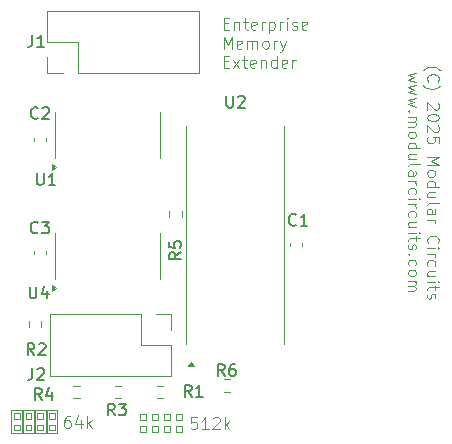
<source format=gbr>
%TF.GenerationSoftware,KiCad,Pcbnew,8.0.8-8.0.8-0~ubuntu24.04.1*%
%TF.CreationDate,2025-02-10T11:28:00-08:00*%
%TF.ProjectId,mem_ext_board,6d656d5f-6578-4745-9f62-6f6172642e6b,rev?*%
%TF.SameCoordinates,Original*%
%TF.FileFunction,Legend,Top*%
%TF.FilePolarity,Positive*%
%FSLAX46Y46*%
G04 Gerber Fmt 4.6, Leading zero omitted, Abs format (unit mm)*
G04 Created by KiCad (PCBNEW 8.0.8-8.0.8-0~ubuntu24.04.1) date 2025-02-10 11:28:00*
%MOMM*%
%LPD*%
G01*
G04 APERTURE LIST*
%ADD10C,0.100000*%
%ADD11C,0.150000*%
%ADD12C,0.120000*%
G04 APERTURE END LIST*
D10*
X149157547Y-113638000D02*
X149157547Y-113138000D01*
X147157547Y-113638000D02*
X147157547Y-113138000D01*
X138641547Y-113738000D02*
X138641547Y-111838000D01*
X137941547Y-112038000D02*
X137941547Y-112538000D01*
X137941547Y-112538000D02*
X138441547Y-112538000D01*
X147657547Y-112138000D02*
X147657547Y-112638000D01*
X150157547Y-113138000D02*
X149657547Y-113138000D01*
X138941547Y-113538000D02*
X139441547Y-113538000D01*
X139441547Y-112038000D02*
X138941547Y-112038000D01*
X139441547Y-112538000D02*
X139441547Y-112038000D01*
X135741547Y-113738000D02*
X136641547Y-113738000D01*
X137741547Y-111838000D02*
X137741547Y-113738000D01*
X135941547Y-112538000D02*
X136441547Y-112538000D01*
X147157547Y-113138000D02*
X146657547Y-113138000D01*
X138441547Y-113538000D02*
X138441547Y-113038000D01*
X137441547Y-112038000D02*
X136941547Y-112038000D01*
X137941547Y-113538000D02*
X138441547Y-113538000D01*
X138441547Y-112038000D02*
X137941547Y-112038000D01*
X136741547Y-113738000D02*
X137641547Y-113738000D01*
X135941547Y-112038000D02*
X135941547Y-112538000D01*
X139641547Y-111838000D02*
X138741547Y-111838000D01*
X149157547Y-112638000D02*
X149157547Y-112138000D01*
X150157547Y-113638000D02*
X150157547Y-113138000D01*
X147157547Y-112138000D02*
X146657547Y-112138000D01*
X146657547Y-112638000D02*
X147157547Y-112638000D01*
X147657547Y-112638000D02*
X148157547Y-112638000D01*
X138941547Y-112538000D02*
X139441547Y-112538000D01*
X138741547Y-113738000D02*
X139641547Y-113738000D01*
X138741547Y-111838000D02*
X138741547Y-113738000D01*
X147157547Y-112638000D02*
X147157547Y-112138000D01*
X135941547Y-113538000D02*
X136441547Y-113538000D01*
X139441547Y-113038000D02*
X138941547Y-113038000D01*
X149657547Y-112638000D02*
X150157547Y-112638000D01*
X136441547Y-112538000D02*
X136441547Y-112038000D01*
X137441547Y-113538000D02*
X137441547Y-113038000D01*
X136641547Y-111838000D02*
X135741547Y-111838000D01*
X137941547Y-113038000D02*
X137941547Y-113538000D01*
X148157547Y-113138000D02*
X147657547Y-113138000D01*
X149657547Y-113138000D02*
X149657547Y-113638000D01*
X135941547Y-113038000D02*
X135941547Y-113538000D01*
X137441547Y-112538000D02*
X137441547Y-112038000D01*
X147657547Y-113638000D02*
X148157547Y-113638000D01*
X149157547Y-112138000D02*
X148657547Y-112138000D01*
X136741547Y-111838000D02*
X136741547Y-113738000D01*
X136941547Y-113038000D02*
X136941547Y-113538000D01*
X138441547Y-112538000D02*
X138441547Y-112038000D01*
X149657547Y-112138000D02*
X149657547Y-112638000D01*
X147657547Y-113138000D02*
X147657547Y-113638000D01*
X138941547Y-113038000D02*
X138941547Y-113538000D01*
X138941547Y-112038000D02*
X138941547Y-112538000D01*
X137741547Y-113738000D02*
X138641547Y-113738000D01*
X148157547Y-112138000D02*
X147657547Y-112138000D01*
X136641547Y-113738000D02*
X136641547Y-111838000D01*
X148157547Y-112638000D02*
X148157547Y-112138000D01*
X139641547Y-113738000D02*
X139641547Y-111838000D01*
X148657547Y-112138000D02*
X148657547Y-112638000D01*
X150157547Y-112138000D02*
X149657547Y-112138000D01*
X137641547Y-111838000D02*
X136741547Y-111838000D01*
X136441547Y-112038000D02*
X135941547Y-112038000D01*
X139441547Y-113538000D02*
X139441547Y-113038000D01*
X136941547Y-112038000D02*
X136941547Y-112538000D01*
X149657547Y-113638000D02*
X150157547Y-113638000D01*
X135741547Y-111838000D02*
X135741547Y-113738000D01*
X136941547Y-112538000D02*
X137441547Y-112538000D01*
X148657547Y-113638000D02*
X149157547Y-113638000D01*
X138441547Y-113038000D02*
X137941547Y-113038000D01*
X137441547Y-113038000D02*
X136941547Y-113038000D01*
X146657547Y-113638000D02*
X147157547Y-113638000D01*
X149157547Y-113138000D02*
X148657547Y-113138000D01*
X146657547Y-113138000D02*
X146657547Y-113638000D01*
X138641547Y-111838000D02*
X137741547Y-111838000D01*
X148657547Y-113138000D02*
X148657547Y-113638000D01*
X150157547Y-112638000D02*
X150157547Y-112138000D01*
X148657547Y-112638000D02*
X149157547Y-112638000D01*
X136441547Y-113038000D02*
X135941547Y-113038000D01*
X136941547Y-113538000D02*
X137441547Y-113538000D01*
X137641547Y-113738000D02*
X137641547Y-111838000D01*
X146657547Y-112138000D02*
X146657547Y-112638000D01*
X148157547Y-113638000D02*
X148157547Y-113138000D01*
X136441547Y-113538000D02*
X136441547Y-113038000D01*
X170568119Y-83039998D02*
X170615738Y-82992379D01*
X170615738Y-82992379D02*
X170758595Y-82897141D01*
X170758595Y-82897141D02*
X170853833Y-82849522D01*
X170853833Y-82849522D02*
X170996691Y-82801903D01*
X170996691Y-82801903D02*
X171234786Y-82754284D01*
X171234786Y-82754284D02*
X171425262Y-82754284D01*
X171425262Y-82754284D02*
X171663357Y-82801903D01*
X171663357Y-82801903D02*
X171806214Y-82849522D01*
X171806214Y-82849522D02*
X171901452Y-82897141D01*
X171901452Y-82897141D02*
X172044310Y-82992379D01*
X172044310Y-82992379D02*
X172091929Y-83039998D01*
X171044310Y-83992379D02*
X170996691Y-83944760D01*
X170996691Y-83944760D02*
X170949071Y-83801903D01*
X170949071Y-83801903D02*
X170949071Y-83706665D01*
X170949071Y-83706665D02*
X170996691Y-83563808D01*
X170996691Y-83563808D02*
X171091929Y-83468570D01*
X171091929Y-83468570D02*
X171187167Y-83420951D01*
X171187167Y-83420951D02*
X171377643Y-83373332D01*
X171377643Y-83373332D02*
X171520500Y-83373332D01*
X171520500Y-83373332D02*
X171710976Y-83420951D01*
X171710976Y-83420951D02*
X171806214Y-83468570D01*
X171806214Y-83468570D02*
X171901452Y-83563808D01*
X171901452Y-83563808D02*
X171949071Y-83706665D01*
X171949071Y-83706665D02*
X171949071Y-83801903D01*
X171949071Y-83801903D02*
X171901452Y-83944760D01*
X171901452Y-83944760D02*
X171853833Y-83992379D01*
X170568119Y-84325713D02*
X170615738Y-84373332D01*
X170615738Y-84373332D02*
X170758595Y-84468570D01*
X170758595Y-84468570D02*
X170853833Y-84516189D01*
X170853833Y-84516189D02*
X170996691Y-84563808D01*
X170996691Y-84563808D02*
X171234786Y-84611427D01*
X171234786Y-84611427D02*
X171425262Y-84611427D01*
X171425262Y-84611427D02*
X171663357Y-84563808D01*
X171663357Y-84563808D02*
X171806214Y-84516189D01*
X171806214Y-84516189D02*
X171901452Y-84468570D01*
X171901452Y-84468570D02*
X172044310Y-84373332D01*
X172044310Y-84373332D02*
X172091929Y-84325713D01*
X171853833Y-85801904D02*
X171901452Y-85849523D01*
X171901452Y-85849523D02*
X171949071Y-85944761D01*
X171949071Y-85944761D02*
X171949071Y-86182856D01*
X171949071Y-86182856D02*
X171901452Y-86278094D01*
X171901452Y-86278094D02*
X171853833Y-86325713D01*
X171853833Y-86325713D02*
X171758595Y-86373332D01*
X171758595Y-86373332D02*
X171663357Y-86373332D01*
X171663357Y-86373332D02*
X171520500Y-86325713D01*
X171520500Y-86325713D02*
X170949071Y-85754285D01*
X170949071Y-85754285D02*
X170949071Y-86373332D01*
X171949071Y-86992380D02*
X171949071Y-87087618D01*
X171949071Y-87087618D02*
X171901452Y-87182856D01*
X171901452Y-87182856D02*
X171853833Y-87230475D01*
X171853833Y-87230475D02*
X171758595Y-87278094D01*
X171758595Y-87278094D02*
X171568119Y-87325713D01*
X171568119Y-87325713D02*
X171330024Y-87325713D01*
X171330024Y-87325713D02*
X171139548Y-87278094D01*
X171139548Y-87278094D02*
X171044310Y-87230475D01*
X171044310Y-87230475D02*
X170996691Y-87182856D01*
X170996691Y-87182856D02*
X170949071Y-87087618D01*
X170949071Y-87087618D02*
X170949071Y-86992380D01*
X170949071Y-86992380D02*
X170996691Y-86897142D01*
X170996691Y-86897142D02*
X171044310Y-86849523D01*
X171044310Y-86849523D02*
X171139548Y-86801904D01*
X171139548Y-86801904D02*
X171330024Y-86754285D01*
X171330024Y-86754285D02*
X171568119Y-86754285D01*
X171568119Y-86754285D02*
X171758595Y-86801904D01*
X171758595Y-86801904D02*
X171853833Y-86849523D01*
X171853833Y-86849523D02*
X171901452Y-86897142D01*
X171901452Y-86897142D02*
X171949071Y-86992380D01*
X171853833Y-87706666D02*
X171901452Y-87754285D01*
X171901452Y-87754285D02*
X171949071Y-87849523D01*
X171949071Y-87849523D02*
X171949071Y-88087618D01*
X171949071Y-88087618D02*
X171901452Y-88182856D01*
X171901452Y-88182856D02*
X171853833Y-88230475D01*
X171853833Y-88230475D02*
X171758595Y-88278094D01*
X171758595Y-88278094D02*
X171663357Y-88278094D01*
X171663357Y-88278094D02*
X171520500Y-88230475D01*
X171520500Y-88230475D02*
X170949071Y-87659047D01*
X170949071Y-87659047D02*
X170949071Y-88278094D01*
X171949071Y-89182856D02*
X171949071Y-88706666D01*
X171949071Y-88706666D02*
X171472881Y-88659047D01*
X171472881Y-88659047D02*
X171520500Y-88706666D01*
X171520500Y-88706666D02*
X171568119Y-88801904D01*
X171568119Y-88801904D02*
X171568119Y-89039999D01*
X171568119Y-89039999D02*
X171520500Y-89135237D01*
X171520500Y-89135237D02*
X171472881Y-89182856D01*
X171472881Y-89182856D02*
X171377643Y-89230475D01*
X171377643Y-89230475D02*
X171139548Y-89230475D01*
X171139548Y-89230475D02*
X171044310Y-89182856D01*
X171044310Y-89182856D02*
X170996691Y-89135237D01*
X170996691Y-89135237D02*
X170949071Y-89039999D01*
X170949071Y-89039999D02*
X170949071Y-88801904D01*
X170949071Y-88801904D02*
X170996691Y-88706666D01*
X170996691Y-88706666D02*
X171044310Y-88659047D01*
X170949071Y-90420952D02*
X171949071Y-90420952D01*
X171949071Y-90420952D02*
X171234786Y-90754285D01*
X171234786Y-90754285D02*
X171949071Y-91087618D01*
X171949071Y-91087618D02*
X170949071Y-91087618D01*
X170949071Y-91706666D02*
X170996691Y-91611428D01*
X170996691Y-91611428D02*
X171044310Y-91563809D01*
X171044310Y-91563809D02*
X171139548Y-91516190D01*
X171139548Y-91516190D02*
X171425262Y-91516190D01*
X171425262Y-91516190D02*
X171520500Y-91563809D01*
X171520500Y-91563809D02*
X171568119Y-91611428D01*
X171568119Y-91611428D02*
X171615738Y-91706666D01*
X171615738Y-91706666D02*
X171615738Y-91849523D01*
X171615738Y-91849523D02*
X171568119Y-91944761D01*
X171568119Y-91944761D02*
X171520500Y-91992380D01*
X171520500Y-91992380D02*
X171425262Y-92039999D01*
X171425262Y-92039999D02*
X171139548Y-92039999D01*
X171139548Y-92039999D02*
X171044310Y-91992380D01*
X171044310Y-91992380D02*
X170996691Y-91944761D01*
X170996691Y-91944761D02*
X170949071Y-91849523D01*
X170949071Y-91849523D02*
X170949071Y-91706666D01*
X170949071Y-92897142D02*
X171949071Y-92897142D01*
X170996691Y-92897142D02*
X170949071Y-92801904D01*
X170949071Y-92801904D02*
X170949071Y-92611428D01*
X170949071Y-92611428D02*
X170996691Y-92516190D01*
X170996691Y-92516190D02*
X171044310Y-92468571D01*
X171044310Y-92468571D02*
X171139548Y-92420952D01*
X171139548Y-92420952D02*
X171425262Y-92420952D01*
X171425262Y-92420952D02*
X171520500Y-92468571D01*
X171520500Y-92468571D02*
X171568119Y-92516190D01*
X171568119Y-92516190D02*
X171615738Y-92611428D01*
X171615738Y-92611428D02*
X171615738Y-92801904D01*
X171615738Y-92801904D02*
X171568119Y-92897142D01*
X171615738Y-93801904D02*
X170949071Y-93801904D01*
X171615738Y-93373333D02*
X171091929Y-93373333D01*
X171091929Y-93373333D02*
X170996691Y-93420952D01*
X170996691Y-93420952D02*
X170949071Y-93516190D01*
X170949071Y-93516190D02*
X170949071Y-93659047D01*
X170949071Y-93659047D02*
X170996691Y-93754285D01*
X170996691Y-93754285D02*
X171044310Y-93801904D01*
X170949071Y-94420952D02*
X170996691Y-94325714D01*
X170996691Y-94325714D02*
X171091929Y-94278095D01*
X171091929Y-94278095D02*
X171949071Y-94278095D01*
X170949071Y-95230476D02*
X171472881Y-95230476D01*
X171472881Y-95230476D02*
X171568119Y-95182857D01*
X171568119Y-95182857D02*
X171615738Y-95087619D01*
X171615738Y-95087619D02*
X171615738Y-94897143D01*
X171615738Y-94897143D02*
X171568119Y-94801905D01*
X170996691Y-95230476D02*
X170949071Y-95135238D01*
X170949071Y-95135238D02*
X170949071Y-94897143D01*
X170949071Y-94897143D02*
X170996691Y-94801905D01*
X170996691Y-94801905D02*
X171091929Y-94754286D01*
X171091929Y-94754286D02*
X171187167Y-94754286D01*
X171187167Y-94754286D02*
X171282405Y-94801905D01*
X171282405Y-94801905D02*
X171330024Y-94897143D01*
X171330024Y-94897143D02*
X171330024Y-95135238D01*
X171330024Y-95135238D02*
X171377643Y-95230476D01*
X170949071Y-95706667D02*
X171615738Y-95706667D01*
X171425262Y-95706667D02*
X171520500Y-95754286D01*
X171520500Y-95754286D02*
X171568119Y-95801905D01*
X171568119Y-95801905D02*
X171615738Y-95897143D01*
X171615738Y-95897143D02*
X171615738Y-95992381D01*
X171044310Y-97659048D02*
X170996691Y-97611429D01*
X170996691Y-97611429D02*
X170949071Y-97468572D01*
X170949071Y-97468572D02*
X170949071Y-97373334D01*
X170949071Y-97373334D02*
X170996691Y-97230477D01*
X170996691Y-97230477D02*
X171091929Y-97135239D01*
X171091929Y-97135239D02*
X171187167Y-97087620D01*
X171187167Y-97087620D02*
X171377643Y-97040001D01*
X171377643Y-97040001D02*
X171520500Y-97040001D01*
X171520500Y-97040001D02*
X171710976Y-97087620D01*
X171710976Y-97087620D02*
X171806214Y-97135239D01*
X171806214Y-97135239D02*
X171901452Y-97230477D01*
X171901452Y-97230477D02*
X171949071Y-97373334D01*
X171949071Y-97373334D02*
X171949071Y-97468572D01*
X171949071Y-97468572D02*
X171901452Y-97611429D01*
X171901452Y-97611429D02*
X171853833Y-97659048D01*
X170949071Y-98087620D02*
X171615738Y-98087620D01*
X171949071Y-98087620D02*
X171901452Y-98040001D01*
X171901452Y-98040001D02*
X171853833Y-98087620D01*
X171853833Y-98087620D02*
X171901452Y-98135239D01*
X171901452Y-98135239D02*
X171949071Y-98087620D01*
X171949071Y-98087620D02*
X171853833Y-98087620D01*
X170949071Y-98563810D02*
X171615738Y-98563810D01*
X171425262Y-98563810D02*
X171520500Y-98611429D01*
X171520500Y-98611429D02*
X171568119Y-98659048D01*
X171568119Y-98659048D02*
X171615738Y-98754286D01*
X171615738Y-98754286D02*
X171615738Y-98849524D01*
X170996691Y-99611429D02*
X170949071Y-99516191D01*
X170949071Y-99516191D02*
X170949071Y-99325715D01*
X170949071Y-99325715D02*
X170996691Y-99230477D01*
X170996691Y-99230477D02*
X171044310Y-99182858D01*
X171044310Y-99182858D02*
X171139548Y-99135239D01*
X171139548Y-99135239D02*
X171425262Y-99135239D01*
X171425262Y-99135239D02*
X171520500Y-99182858D01*
X171520500Y-99182858D02*
X171568119Y-99230477D01*
X171568119Y-99230477D02*
X171615738Y-99325715D01*
X171615738Y-99325715D02*
X171615738Y-99516191D01*
X171615738Y-99516191D02*
X171568119Y-99611429D01*
X171615738Y-100468572D02*
X170949071Y-100468572D01*
X171615738Y-100040001D02*
X171091929Y-100040001D01*
X171091929Y-100040001D02*
X170996691Y-100087620D01*
X170996691Y-100087620D02*
X170949071Y-100182858D01*
X170949071Y-100182858D02*
X170949071Y-100325715D01*
X170949071Y-100325715D02*
X170996691Y-100420953D01*
X170996691Y-100420953D02*
X171044310Y-100468572D01*
X170949071Y-100944763D02*
X171615738Y-100944763D01*
X171949071Y-100944763D02*
X171901452Y-100897144D01*
X171901452Y-100897144D02*
X171853833Y-100944763D01*
X171853833Y-100944763D02*
X171901452Y-100992382D01*
X171901452Y-100992382D02*
X171949071Y-100944763D01*
X171949071Y-100944763D02*
X171853833Y-100944763D01*
X171615738Y-101278096D02*
X171615738Y-101659048D01*
X171949071Y-101420953D02*
X171091929Y-101420953D01*
X171091929Y-101420953D02*
X170996691Y-101468572D01*
X170996691Y-101468572D02*
X170949071Y-101563810D01*
X170949071Y-101563810D02*
X170949071Y-101659048D01*
X170996691Y-101944763D02*
X170949071Y-102040001D01*
X170949071Y-102040001D02*
X170949071Y-102230477D01*
X170949071Y-102230477D02*
X170996691Y-102325715D01*
X170996691Y-102325715D02*
X171091929Y-102373334D01*
X171091929Y-102373334D02*
X171139548Y-102373334D01*
X171139548Y-102373334D02*
X171234786Y-102325715D01*
X171234786Y-102325715D02*
X171282405Y-102230477D01*
X171282405Y-102230477D02*
X171282405Y-102087620D01*
X171282405Y-102087620D02*
X171330024Y-101992382D01*
X171330024Y-101992382D02*
X171425262Y-101944763D01*
X171425262Y-101944763D02*
X171472881Y-101944763D01*
X171472881Y-101944763D02*
X171568119Y-101992382D01*
X171568119Y-101992382D02*
X171615738Y-102087620D01*
X171615738Y-102087620D02*
X171615738Y-102230477D01*
X171615738Y-102230477D02*
X171568119Y-102325715D01*
X170005794Y-83254286D02*
X169339127Y-83444762D01*
X169339127Y-83444762D02*
X169815318Y-83635238D01*
X169815318Y-83635238D02*
X169339127Y-83825714D01*
X169339127Y-83825714D02*
X170005794Y-84016190D01*
X170005794Y-84301905D02*
X169339127Y-84492381D01*
X169339127Y-84492381D02*
X169815318Y-84682857D01*
X169815318Y-84682857D02*
X169339127Y-84873333D01*
X169339127Y-84873333D02*
X170005794Y-85063809D01*
X170005794Y-85349524D02*
X169339127Y-85540000D01*
X169339127Y-85540000D02*
X169815318Y-85730476D01*
X169815318Y-85730476D02*
X169339127Y-85920952D01*
X169339127Y-85920952D02*
X170005794Y-86111428D01*
X169434366Y-86492381D02*
X169386747Y-86540000D01*
X169386747Y-86540000D02*
X169339127Y-86492381D01*
X169339127Y-86492381D02*
X169386747Y-86444762D01*
X169386747Y-86444762D02*
X169434366Y-86492381D01*
X169434366Y-86492381D02*
X169339127Y-86492381D01*
X169339127Y-86968571D02*
X170005794Y-86968571D01*
X169910556Y-86968571D02*
X169958175Y-87016190D01*
X169958175Y-87016190D02*
X170005794Y-87111428D01*
X170005794Y-87111428D02*
X170005794Y-87254285D01*
X170005794Y-87254285D02*
X169958175Y-87349523D01*
X169958175Y-87349523D02*
X169862937Y-87397142D01*
X169862937Y-87397142D02*
X169339127Y-87397142D01*
X169862937Y-87397142D02*
X169958175Y-87444761D01*
X169958175Y-87444761D02*
X170005794Y-87539999D01*
X170005794Y-87539999D02*
X170005794Y-87682856D01*
X170005794Y-87682856D02*
X169958175Y-87778095D01*
X169958175Y-87778095D02*
X169862937Y-87825714D01*
X169862937Y-87825714D02*
X169339127Y-87825714D01*
X169339127Y-88444761D02*
X169386747Y-88349523D01*
X169386747Y-88349523D02*
X169434366Y-88301904D01*
X169434366Y-88301904D02*
X169529604Y-88254285D01*
X169529604Y-88254285D02*
X169815318Y-88254285D01*
X169815318Y-88254285D02*
X169910556Y-88301904D01*
X169910556Y-88301904D02*
X169958175Y-88349523D01*
X169958175Y-88349523D02*
X170005794Y-88444761D01*
X170005794Y-88444761D02*
X170005794Y-88587618D01*
X170005794Y-88587618D02*
X169958175Y-88682856D01*
X169958175Y-88682856D02*
X169910556Y-88730475D01*
X169910556Y-88730475D02*
X169815318Y-88778094D01*
X169815318Y-88778094D02*
X169529604Y-88778094D01*
X169529604Y-88778094D02*
X169434366Y-88730475D01*
X169434366Y-88730475D02*
X169386747Y-88682856D01*
X169386747Y-88682856D02*
X169339127Y-88587618D01*
X169339127Y-88587618D02*
X169339127Y-88444761D01*
X169339127Y-89635237D02*
X170339127Y-89635237D01*
X169386747Y-89635237D02*
X169339127Y-89539999D01*
X169339127Y-89539999D02*
X169339127Y-89349523D01*
X169339127Y-89349523D02*
X169386747Y-89254285D01*
X169386747Y-89254285D02*
X169434366Y-89206666D01*
X169434366Y-89206666D02*
X169529604Y-89159047D01*
X169529604Y-89159047D02*
X169815318Y-89159047D01*
X169815318Y-89159047D02*
X169910556Y-89206666D01*
X169910556Y-89206666D02*
X169958175Y-89254285D01*
X169958175Y-89254285D02*
X170005794Y-89349523D01*
X170005794Y-89349523D02*
X170005794Y-89539999D01*
X170005794Y-89539999D02*
X169958175Y-89635237D01*
X170005794Y-90539999D02*
X169339127Y-90539999D01*
X170005794Y-90111428D02*
X169481985Y-90111428D01*
X169481985Y-90111428D02*
X169386747Y-90159047D01*
X169386747Y-90159047D02*
X169339127Y-90254285D01*
X169339127Y-90254285D02*
X169339127Y-90397142D01*
X169339127Y-90397142D02*
X169386747Y-90492380D01*
X169386747Y-90492380D02*
X169434366Y-90539999D01*
X169339127Y-91159047D02*
X169386747Y-91063809D01*
X169386747Y-91063809D02*
X169481985Y-91016190D01*
X169481985Y-91016190D02*
X170339127Y-91016190D01*
X169339127Y-91968571D02*
X169862937Y-91968571D01*
X169862937Y-91968571D02*
X169958175Y-91920952D01*
X169958175Y-91920952D02*
X170005794Y-91825714D01*
X170005794Y-91825714D02*
X170005794Y-91635238D01*
X170005794Y-91635238D02*
X169958175Y-91540000D01*
X169386747Y-91968571D02*
X169339127Y-91873333D01*
X169339127Y-91873333D02*
X169339127Y-91635238D01*
X169339127Y-91635238D02*
X169386747Y-91540000D01*
X169386747Y-91540000D02*
X169481985Y-91492381D01*
X169481985Y-91492381D02*
X169577223Y-91492381D01*
X169577223Y-91492381D02*
X169672461Y-91540000D01*
X169672461Y-91540000D02*
X169720080Y-91635238D01*
X169720080Y-91635238D02*
X169720080Y-91873333D01*
X169720080Y-91873333D02*
X169767699Y-91968571D01*
X169339127Y-92444762D02*
X170005794Y-92444762D01*
X169815318Y-92444762D02*
X169910556Y-92492381D01*
X169910556Y-92492381D02*
X169958175Y-92540000D01*
X169958175Y-92540000D02*
X170005794Y-92635238D01*
X170005794Y-92635238D02*
X170005794Y-92730476D01*
X169386747Y-93492381D02*
X169339127Y-93397143D01*
X169339127Y-93397143D02*
X169339127Y-93206667D01*
X169339127Y-93206667D02*
X169386747Y-93111429D01*
X169386747Y-93111429D02*
X169434366Y-93063810D01*
X169434366Y-93063810D02*
X169529604Y-93016191D01*
X169529604Y-93016191D02*
X169815318Y-93016191D01*
X169815318Y-93016191D02*
X169910556Y-93063810D01*
X169910556Y-93063810D02*
X169958175Y-93111429D01*
X169958175Y-93111429D02*
X170005794Y-93206667D01*
X170005794Y-93206667D02*
X170005794Y-93397143D01*
X170005794Y-93397143D02*
X169958175Y-93492381D01*
X169339127Y-93920953D02*
X170005794Y-93920953D01*
X170339127Y-93920953D02*
X170291508Y-93873334D01*
X170291508Y-93873334D02*
X170243889Y-93920953D01*
X170243889Y-93920953D02*
X170291508Y-93968572D01*
X170291508Y-93968572D02*
X170339127Y-93920953D01*
X170339127Y-93920953D02*
X170243889Y-93920953D01*
X169339127Y-94397143D02*
X170005794Y-94397143D01*
X169815318Y-94397143D02*
X169910556Y-94444762D01*
X169910556Y-94444762D02*
X169958175Y-94492381D01*
X169958175Y-94492381D02*
X170005794Y-94587619D01*
X170005794Y-94587619D02*
X170005794Y-94682857D01*
X169386747Y-95444762D02*
X169339127Y-95349524D01*
X169339127Y-95349524D02*
X169339127Y-95159048D01*
X169339127Y-95159048D02*
X169386747Y-95063810D01*
X169386747Y-95063810D02*
X169434366Y-95016191D01*
X169434366Y-95016191D02*
X169529604Y-94968572D01*
X169529604Y-94968572D02*
X169815318Y-94968572D01*
X169815318Y-94968572D02*
X169910556Y-95016191D01*
X169910556Y-95016191D02*
X169958175Y-95063810D01*
X169958175Y-95063810D02*
X170005794Y-95159048D01*
X170005794Y-95159048D02*
X170005794Y-95349524D01*
X170005794Y-95349524D02*
X169958175Y-95444762D01*
X170005794Y-96301905D02*
X169339127Y-96301905D01*
X170005794Y-95873334D02*
X169481985Y-95873334D01*
X169481985Y-95873334D02*
X169386747Y-95920953D01*
X169386747Y-95920953D02*
X169339127Y-96016191D01*
X169339127Y-96016191D02*
X169339127Y-96159048D01*
X169339127Y-96159048D02*
X169386747Y-96254286D01*
X169386747Y-96254286D02*
X169434366Y-96301905D01*
X169339127Y-96778096D02*
X170005794Y-96778096D01*
X170339127Y-96778096D02*
X170291508Y-96730477D01*
X170291508Y-96730477D02*
X170243889Y-96778096D01*
X170243889Y-96778096D02*
X170291508Y-96825715D01*
X170291508Y-96825715D02*
X170339127Y-96778096D01*
X170339127Y-96778096D02*
X170243889Y-96778096D01*
X170005794Y-97111429D02*
X170005794Y-97492381D01*
X170339127Y-97254286D02*
X169481985Y-97254286D01*
X169481985Y-97254286D02*
X169386747Y-97301905D01*
X169386747Y-97301905D02*
X169339127Y-97397143D01*
X169339127Y-97397143D02*
X169339127Y-97492381D01*
X169386747Y-97778096D02*
X169339127Y-97873334D01*
X169339127Y-97873334D02*
X169339127Y-98063810D01*
X169339127Y-98063810D02*
X169386747Y-98159048D01*
X169386747Y-98159048D02*
X169481985Y-98206667D01*
X169481985Y-98206667D02*
X169529604Y-98206667D01*
X169529604Y-98206667D02*
X169624842Y-98159048D01*
X169624842Y-98159048D02*
X169672461Y-98063810D01*
X169672461Y-98063810D02*
X169672461Y-97920953D01*
X169672461Y-97920953D02*
X169720080Y-97825715D01*
X169720080Y-97825715D02*
X169815318Y-97778096D01*
X169815318Y-97778096D02*
X169862937Y-97778096D01*
X169862937Y-97778096D02*
X169958175Y-97825715D01*
X169958175Y-97825715D02*
X170005794Y-97920953D01*
X170005794Y-97920953D02*
X170005794Y-98063810D01*
X170005794Y-98063810D02*
X169958175Y-98159048D01*
X169434366Y-98635239D02*
X169386747Y-98682858D01*
X169386747Y-98682858D02*
X169339127Y-98635239D01*
X169339127Y-98635239D02*
X169386747Y-98587620D01*
X169386747Y-98587620D02*
X169434366Y-98635239D01*
X169434366Y-98635239D02*
X169339127Y-98635239D01*
X169386747Y-99540000D02*
X169339127Y-99444762D01*
X169339127Y-99444762D02*
X169339127Y-99254286D01*
X169339127Y-99254286D02*
X169386747Y-99159048D01*
X169386747Y-99159048D02*
X169434366Y-99111429D01*
X169434366Y-99111429D02*
X169529604Y-99063810D01*
X169529604Y-99063810D02*
X169815318Y-99063810D01*
X169815318Y-99063810D02*
X169910556Y-99111429D01*
X169910556Y-99111429D02*
X169958175Y-99159048D01*
X169958175Y-99159048D02*
X170005794Y-99254286D01*
X170005794Y-99254286D02*
X170005794Y-99444762D01*
X170005794Y-99444762D02*
X169958175Y-99540000D01*
X169339127Y-100111429D02*
X169386747Y-100016191D01*
X169386747Y-100016191D02*
X169434366Y-99968572D01*
X169434366Y-99968572D02*
X169529604Y-99920953D01*
X169529604Y-99920953D02*
X169815318Y-99920953D01*
X169815318Y-99920953D02*
X169910556Y-99968572D01*
X169910556Y-99968572D02*
X169958175Y-100016191D01*
X169958175Y-100016191D02*
X170005794Y-100111429D01*
X170005794Y-100111429D02*
X170005794Y-100254286D01*
X170005794Y-100254286D02*
X169958175Y-100349524D01*
X169958175Y-100349524D02*
X169910556Y-100397143D01*
X169910556Y-100397143D02*
X169815318Y-100444762D01*
X169815318Y-100444762D02*
X169529604Y-100444762D01*
X169529604Y-100444762D02*
X169434366Y-100397143D01*
X169434366Y-100397143D02*
X169386747Y-100349524D01*
X169386747Y-100349524D02*
X169339127Y-100254286D01*
X169339127Y-100254286D02*
X169339127Y-100111429D01*
X169339127Y-100873334D02*
X170005794Y-100873334D01*
X169910556Y-100873334D02*
X169958175Y-100920953D01*
X169958175Y-100920953D02*
X170005794Y-101016191D01*
X170005794Y-101016191D02*
X170005794Y-101159048D01*
X170005794Y-101159048D02*
X169958175Y-101254286D01*
X169958175Y-101254286D02*
X169862937Y-101301905D01*
X169862937Y-101301905D02*
X169339127Y-101301905D01*
X169862937Y-101301905D02*
X169958175Y-101349524D01*
X169958175Y-101349524D02*
X170005794Y-101444762D01*
X170005794Y-101444762D02*
X170005794Y-101587619D01*
X170005794Y-101587619D02*
X169958175Y-101682858D01*
X169958175Y-101682858D02*
X169862937Y-101730477D01*
X169862937Y-101730477D02*
X169339127Y-101730477D01*
X151437621Y-112410419D02*
X150961431Y-112410419D01*
X150961431Y-112410419D02*
X150913812Y-112886609D01*
X150913812Y-112886609D02*
X150961431Y-112838990D01*
X150961431Y-112838990D02*
X151056669Y-112791371D01*
X151056669Y-112791371D02*
X151294764Y-112791371D01*
X151294764Y-112791371D02*
X151390002Y-112838990D01*
X151390002Y-112838990D02*
X151437621Y-112886609D01*
X151437621Y-112886609D02*
X151485240Y-112981847D01*
X151485240Y-112981847D02*
X151485240Y-113219942D01*
X151485240Y-113219942D02*
X151437621Y-113315180D01*
X151437621Y-113315180D02*
X151390002Y-113362800D01*
X151390002Y-113362800D02*
X151294764Y-113410419D01*
X151294764Y-113410419D02*
X151056669Y-113410419D01*
X151056669Y-113410419D02*
X150961431Y-113362800D01*
X150961431Y-113362800D02*
X150913812Y-113315180D01*
X152437621Y-113410419D02*
X151866193Y-113410419D01*
X152151907Y-113410419D02*
X152151907Y-112410419D01*
X152151907Y-112410419D02*
X152056669Y-112553276D01*
X152056669Y-112553276D02*
X151961431Y-112648514D01*
X151961431Y-112648514D02*
X151866193Y-112696133D01*
X152818574Y-112505657D02*
X152866193Y-112458038D01*
X152866193Y-112458038D02*
X152961431Y-112410419D01*
X152961431Y-112410419D02*
X153199526Y-112410419D01*
X153199526Y-112410419D02*
X153294764Y-112458038D01*
X153294764Y-112458038D02*
X153342383Y-112505657D01*
X153342383Y-112505657D02*
X153390002Y-112600895D01*
X153390002Y-112600895D02*
X153390002Y-112696133D01*
X153390002Y-112696133D02*
X153342383Y-112838990D01*
X153342383Y-112838990D02*
X152770955Y-113410419D01*
X152770955Y-113410419D02*
X153390002Y-113410419D01*
X153818574Y-113410419D02*
X153818574Y-112410419D01*
X153913812Y-113029466D02*
X154199526Y-113410419D01*
X154199526Y-112743752D02*
X153818574Y-113124704D01*
X153715431Y-79068721D02*
X154048764Y-79068721D01*
X154191621Y-79592531D02*
X153715431Y-79592531D01*
X153715431Y-79592531D02*
X153715431Y-78592531D01*
X153715431Y-78592531D02*
X154191621Y-78592531D01*
X154620193Y-78925864D02*
X154620193Y-79592531D01*
X154620193Y-79021102D02*
X154667812Y-78973483D01*
X154667812Y-78973483D02*
X154763050Y-78925864D01*
X154763050Y-78925864D02*
X154905907Y-78925864D01*
X154905907Y-78925864D02*
X155001145Y-78973483D01*
X155001145Y-78973483D02*
X155048764Y-79068721D01*
X155048764Y-79068721D02*
X155048764Y-79592531D01*
X155382098Y-78925864D02*
X155763050Y-78925864D01*
X155524955Y-78592531D02*
X155524955Y-79449673D01*
X155524955Y-79449673D02*
X155572574Y-79544912D01*
X155572574Y-79544912D02*
X155667812Y-79592531D01*
X155667812Y-79592531D02*
X155763050Y-79592531D01*
X156477336Y-79544912D02*
X156382098Y-79592531D01*
X156382098Y-79592531D02*
X156191622Y-79592531D01*
X156191622Y-79592531D02*
X156096384Y-79544912D01*
X156096384Y-79544912D02*
X156048765Y-79449673D01*
X156048765Y-79449673D02*
X156048765Y-79068721D01*
X156048765Y-79068721D02*
X156096384Y-78973483D01*
X156096384Y-78973483D02*
X156191622Y-78925864D01*
X156191622Y-78925864D02*
X156382098Y-78925864D01*
X156382098Y-78925864D02*
X156477336Y-78973483D01*
X156477336Y-78973483D02*
X156524955Y-79068721D01*
X156524955Y-79068721D02*
X156524955Y-79163959D01*
X156524955Y-79163959D02*
X156048765Y-79259197D01*
X156953527Y-79592531D02*
X156953527Y-78925864D01*
X156953527Y-79116340D02*
X157001146Y-79021102D01*
X157001146Y-79021102D02*
X157048765Y-78973483D01*
X157048765Y-78973483D02*
X157144003Y-78925864D01*
X157144003Y-78925864D02*
X157239241Y-78925864D01*
X157572575Y-78925864D02*
X157572575Y-79925864D01*
X157572575Y-78973483D02*
X157667813Y-78925864D01*
X157667813Y-78925864D02*
X157858289Y-78925864D01*
X157858289Y-78925864D02*
X157953527Y-78973483D01*
X157953527Y-78973483D02*
X158001146Y-79021102D01*
X158001146Y-79021102D02*
X158048765Y-79116340D01*
X158048765Y-79116340D02*
X158048765Y-79402054D01*
X158048765Y-79402054D02*
X158001146Y-79497292D01*
X158001146Y-79497292D02*
X157953527Y-79544912D01*
X157953527Y-79544912D02*
X157858289Y-79592531D01*
X157858289Y-79592531D02*
X157667813Y-79592531D01*
X157667813Y-79592531D02*
X157572575Y-79544912D01*
X158477337Y-79592531D02*
X158477337Y-78925864D01*
X158477337Y-79116340D02*
X158524956Y-79021102D01*
X158524956Y-79021102D02*
X158572575Y-78973483D01*
X158572575Y-78973483D02*
X158667813Y-78925864D01*
X158667813Y-78925864D02*
X158763051Y-78925864D01*
X159096385Y-79592531D02*
X159096385Y-78925864D01*
X159096385Y-78592531D02*
X159048766Y-78640150D01*
X159048766Y-78640150D02*
X159096385Y-78687769D01*
X159096385Y-78687769D02*
X159144004Y-78640150D01*
X159144004Y-78640150D02*
X159096385Y-78592531D01*
X159096385Y-78592531D02*
X159096385Y-78687769D01*
X159524956Y-79544912D02*
X159620194Y-79592531D01*
X159620194Y-79592531D02*
X159810670Y-79592531D01*
X159810670Y-79592531D02*
X159905908Y-79544912D01*
X159905908Y-79544912D02*
X159953527Y-79449673D01*
X159953527Y-79449673D02*
X159953527Y-79402054D01*
X159953527Y-79402054D02*
X159905908Y-79306816D01*
X159905908Y-79306816D02*
X159810670Y-79259197D01*
X159810670Y-79259197D02*
X159667813Y-79259197D01*
X159667813Y-79259197D02*
X159572575Y-79211578D01*
X159572575Y-79211578D02*
X159524956Y-79116340D01*
X159524956Y-79116340D02*
X159524956Y-79068721D01*
X159524956Y-79068721D02*
X159572575Y-78973483D01*
X159572575Y-78973483D02*
X159667813Y-78925864D01*
X159667813Y-78925864D02*
X159810670Y-78925864D01*
X159810670Y-78925864D02*
X159905908Y-78973483D01*
X160763051Y-79544912D02*
X160667813Y-79592531D01*
X160667813Y-79592531D02*
X160477337Y-79592531D01*
X160477337Y-79592531D02*
X160382099Y-79544912D01*
X160382099Y-79544912D02*
X160334480Y-79449673D01*
X160334480Y-79449673D02*
X160334480Y-79068721D01*
X160334480Y-79068721D02*
X160382099Y-78973483D01*
X160382099Y-78973483D02*
X160477337Y-78925864D01*
X160477337Y-78925864D02*
X160667813Y-78925864D01*
X160667813Y-78925864D02*
X160763051Y-78973483D01*
X160763051Y-78973483D02*
X160810670Y-79068721D01*
X160810670Y-79068721D02*
X160810670Y-79163959D01*
X160810670Y-79163959D02*
X160334480Y-79259197D01*
X153715431Y-81202475D02*
X153715431Y-80202475D01*
X153715431Y-80202475D02*
X154048764Y-80916760D01*
X154048764Y-80916760D02*
X154382097Y-80202475D01*
X154382097Y-80202475D02*
X154382097Y-81202475D01*
X155239240Y-81154856D02*
X155144002Y-81202475D01*
X155144002Y-81202475D02*
X154953526Y-81202475D01*
X154953526Y-81202475D02*
X154858288Y-81154856D01*
X154858288Y-81154856D02*
X154810669Y-81059617D01*
X154810669Y-81059617D02*
X154810669Y-80678665D01*
X154810669Y-80678665D02*
X154858288Y-80583427D01*
X154858288Y-80583427D02*
X154953526Y-80535808D01*
X154953526Y-80535808D02*
X155144002Y-80535808D01*
X155144002Y-80535808D02*
X155239240Y-80583427D01*
X155239240Y-80583427D02*
X155286859Y-80678665D01*
X155286859Y-80678665D02*
X155286859Y-80773903D01*
X155286859Y-80773903D02*
X154810669Y-80869141D01*
X155715431Y-81202475D02*
X155715431Y-80535808D01*
X155715431Y-80631046D02*
X155763050Y-80583427D01*
X155763050Y-80583427D02*
X155858288Y-80535808D01*
X155858288Y-80535808D02*
X156001145Y-80535808D01*
X156001145Y-80535808D02*
X156096383Y-80583427D01*
X156096383Y-80583427D02*
X156144002Y-80678665D01*
X156144002Y-80678665D02*
X156144002Y-81202475D01*
X156144002Y-80678665D02*
X156191621Y-80583427D01*
X156191621Y-80583427D02*
X156286859Y-80535808D01*
X156286859Y-80535808D02*
X156429716Y-80535808D01*
X156429716Y-80535808D02*
X156524955Y-80583427D01*
X156524955Y-80583427D02*
X156572574Y-80678665D01*
X156572574Y-80678665D02*
X156572574Y-81202475D01*
X157191621Y-81202475D02*
X157096383Y-81154856D01*
X157096383Y-81154856D02*
X157048764Y-81107236D01*
X157048764Y-81107236D02*
X157001145Y-81011998D01*
X157001145Y-81011998D02*
X157001145Y-80726284D01*
X157001145Y-80726284D02*
X157048764Y-80631046D01*
X157048764Y-80631046D02*
X157096383Y-80583427D01*
X157096383Y-80583427D02*
X157191621Y-80535808D01*
X157191621Y-80535808D02*
X157334478Y-80535808D01*
X157334478Y-80535808D02*
X157429716Y-80583427D01*
X157429716Y-80583427D02*
X157477335Y-80631046D01*
X157477335Y-80631046D02*
X157524954Y-80726284D01*
X157524954Y-80726284D02*
X157524954Y-81011998D01*
X157524954Y-81011998D02*
X157477335Y-81107236D01*
X157477335Y-81107236D02*
X157429716Y-81154856D01*
X157429716Y-81154856D02*
X157334478Y-81202475D01*
X157334478Y-81202475D02*
X157191621Y-81202475D01*
X157953526Y-81202475D02*
X157953526Y-80535808D01*
X157953526Y-80726284D02*
X158001145Y-80631046D01*
X158001145Y-80631046D02*
X158048764Y-80583427D01*
X158048764Y-80583427D02*
X158144002Y-80535808D01*
X158144002Y-80535808D02*
X158239240Y-80535808D01*
X158477336Y-80535808D02*
X158715431Y-81202475D01*
X158953526Y-80535808D02*
X158715431Y-81202475D01*
X158715431Y-81202475D02*
X158620193Y-81440570D01*
X158620193Y-81440570D02*
X158572574Y-81488189D01*
X158572574Y-81488189D02*
X158477336Y-81535808D01*
X153715431Y-82288609D02*
X154048764Y-82288609D01*
X154191621Y-82812419D02*
X153715431Y-82812419D01*
X153715431Y-82812419D02*
X153715431Y-81812419D01*
X153715431Y-81812419D02*
X154191621Y-81812419D01*
X154524955Y-82812419D02*
X155048764Y-82145752D01*
X154524955Y-82145752D02*
X155048764Y-82812419D01*
X155286860Y-82145752D02*
X155667812Y-82145752D01*
X155429717Y-81812419D02*
X155429717Y-82669561D01*
X155429717Y-82669561D02*
X155477336Y-82764800D01*
X155477336Y-82764800D02*
X155572574Y-82812419D01*
X155572574Y-82812419D02*
X155667812Y-82812419D01*
X156382098Y-82764800D02*
X156286860Y-82812419D01*
X156286860Y-82812419D02*
X156096384Y-82812419D01*
X156096384Y-82812419D02*
X156001146Y-82764800D01*
X156001146Y-82764800D02*
X155953527Y-82669561D01*
X155953527Y-82669561D02*
X155953527Y-82288609D01*
X155953527Y-82288609D02*
X156001146Y-82193371D01*
X156001146Y-82193371D02*
X156096384Y-82145752D01*
X156096384Y-82145752D02*
X156286860Y-82145752D01*
X156286860Y-82145752D02*
X156382098Y-82193371D01*
X156382098Y-82193371D02*
X156429717Y-82288609D01*
X156429717Y-82288609D02*
X156429717Y-82383847D01*
X156429717Y-82383847D02*
X155953527Y-82479085D01*
X156858289Y-82145752D02*
X156858289Y-82812419D01*
X156858289Y-82240990D02*
X156905908Y-82193371D01*
X156905908Y-82193371D02*
X157001146Y-82145752D01*
X157001146Y-82145752D02*
X157144003Y-82145752D01*
X157144003Y-82145752D02*
X157239241Y-82193371D01*
X157239241Y-82193371D02*
X157286860Y-82288609D01*
X157286860Y-82288609D02*
X157286860Y-82812419D01*
X158191622Y-82812419D02*
X158191622Y-81812419D01*
X158191622Y-82764800D02*
X158096384Y-82812419D01*
X158096384Y-82812419D02*
X157905908Y-82812419D01*
X157905908Y-82812419D02*
X157810670Y-82764800D01*
X157810670Y-82764800D02*
X157763051Y-82717180D01*
X157763051Y-82717180D02*
X157715432Y-82621942D01*
X157715432Y-82621942D02*
X157715432Y-82336228D01*
X157715432Y-82336228D02*
X157763051Y-82240990D01*
X157763051Y-82240990D02*
X157810670Y-82193371D01*
X157810670Y-82193371D02*
X157905908Y-82145752D01*
X157905908Y-82145752D02*
X158096384Y-82145752D01*
X158096384Y-82145752D02*
X158191622Y-82193371D01*
X159048765Y-82764800D02*
X158953527Y-82812419D01*
X158953527Y-82812419D02*
X158763051Y-82812419D01*
X158763051Y-82812419D02*
X158667813Y-82764800D01*
X158667813Y-82764800D02*
X158620194Y-82669561D01*
X158620194Y-82669561D02*
X158620194Y-82288609D01*
X158620194Y-82288609D02*
X158667813Y-82193371D01*
X158667813Y-82193371D02*
X158763051Y-82145752D01*
X158763051Y-82145752D02*
X158953527Y-82145752D01*
X158953527Y-82145752D02*
X159048765Y-82193371D01*
X159048765Y-82193371D02*
X159096384Y-82288609D01*
X159096384Y-82288609D02*
X159096384Y-82383847D01*
X159096384Y-82383847D02*
X158620194Y-82479085D01*
X159524956Y-82812419D02*
X159524956Y-82145752D01*
X159524956Y-82336228D02*
X159572575Y-82240990D01*
X159572575Y-82240990D02*
X159620194Y-82193371D01*
X159620194Y-82193371D02*
X159715432Y-82145752D01*
X159715432Y-82145752D02*
X159810670Y-82145752D01*
X140674002Y-112310419D02*
X140483526Y-112310419D01*
X140483526Y-112310419D02*
X140388288Y-112358038D01*
X140388288Y-112358038D02*
X140340669Y-112405657D01*
X140340669Y-112405657D02*
X140245431Y-112548514D01*
X140245431Y-112548514D02*
X140197812Y-112738990D01*
X140197812Y-112738990D02*
X140197812Y-113119942D01*
X140197812Y-113119942D02*
X140245431Y-113215180D01*
X140245431Y-113215180D02*
X140293050Y-113262800D01*
X140293050Y-113262800D02*
X140388288Y-113310419D01*
X140388288Y-113310419D02*
X140578764Y-113310419D01*
X140578764Y-113310419D02*
X140674002Y-113262800D01*
X140674002Y-113262800D02*
X140721621Y-113215180D01*
X140721621Y-113215180D02*
X140769240Y-113119942D01*
X140769240Y-113119942D02*
X140769240Y-112881847D01*
X140769240Y-112881847D02*
X140721621Y-112786609D01*
X140721621Y-112786609D02*
X140674002Y-112738990D01*
X140674002Y-112738990D02*
X140578764Y-112691371D01*
X140578764Y-112691371D02*
X140388288Y-112691371D01*
X140388288Y-112691371D02*
X140293050Y-112738990D01*
X140293050Y-112738990D02*
X140245431Y-112786609D01*
X140245431Y-112786609D02*
X140197812Y-112881847D01*
X141626383Y-112643752D02*
X141626383Y-113310419D01*
X141388288Y-112262800D02*
X141150193Y-112977085D01*
X141150193Y-112977085D02*
X141769240Y-112977085D01*
X142150193Y-113310419D02*
X142150193Y-112310419D01*
X142245431Y-112929466D02*
X142531145Y-113310419D01*
X142531145Y-112643752D02*
X142150193Y-113024704D01*
D11*
X153949642Y-85194819D02*
X153949642Y-86004342D01*
X153949642Y-86004342D02*
X153997261Y-86099580D01*
X153997261Y-86099580D02*
X154044880Y-86147200D01*
X154044880Y-86147200D02*
X154140118Y-86194819D01*
X154140118Y-86194819D02*
X154330594Y-86194819D01*
X154330594Y-86194819D02*
X154425832Y-86147200D01*
X154425832Y-86147200D02*
X154473451Y-86099580D01*
X154473451Y-86099580D02*
X154521070Y-86004342D01*
X154521070Y-86004342D02*
X154521070Y-85194819D01*
X154949642Y-85290057D02*
X154997261Y-85242438D01*
X154997261Y-85242438D02*
X155092499Y-85194819D01*
X155092499Y-85194819D02*
X155330594Y-85194819D01*
X155330594Y-85194819D02*
X155425832Y-85242438D01*
X155425832Y-85242438D02*
X155473451Y-85290057D01*
X155473451Y-85290057D02*
X155521070Y-85385295D01*
X155521070Y-85385295D02*
X155521070Y-85480533D01*
X155521070Y-85480533D02*
X155473451Y-85623390D01*
X155473451Y-85623390D02*
X154902023Y-86194819D01*
X154902023Y-86194819D02*
X155521070Y-86194819D01*
X153792880Y-108912819D02*
X153459547Y-108436628D01*
X153221452Y-108912819D02*
X153221452Y-107912819D01*
X153221452Y-107912819D02*
X153602404Y-107912819D01*
X153602404Y-107912819D02*
X153697642Y-107960438D01*
X153697642Y-107960438D02*
X153745261Y-108008057D01*
X153745261Y-108008057D02*
X153792880Y-108103295D01*
X153792880Y-108103295D02*
X153792880Y-108246152D01*
X153792880Y-108246152D02*
X153745261Y-108341390D01*
X153745261Y-108341390D02*
X153697642Y-108389009D01*
X153697642Y-108389009D02*
X153602404Y-108436628D01*
X153602404Y-108436628D02*
X153221452Y-108436628D01*
X154650023Y-107912819D02*
X154459547Y-107912819D01*
X154459547Y-107912819D02*
X154364309Y-107960438D01*
X154364309Y-107960438D02*
X154316690Y-108008057D01*
X154316690Y-108008057D02*
X154221452Y-108150914D01*
X154221452Y-108150914D02*
X154173833Y-108341390D01*
X154173833Y-108341390D02*
X154173833Y-108722342D01*
X154173833Y-108722342D02*
X154221452Y-108817580D01*
X154221452Y-108817580D02*
X154269071Y-108865200D01*
X154269071Y-108865200D02*
X154364309Y-108912819D01*
X154364309Y-108912819D02*
X154554785Y-108912819D01*
X154554785Y-108912819D02*
X154650023Y-108865200D01*
X154650023Y-108865200D02*
X154697642Y-108817580D01*
X154697642Y-108817580D02*
X154745261Y-108722342D01*
X154745261Y-108722342D02*
X154745261Y-108484247D01*
X154745261Y-108484247D02*
X154697642Y-108389009D01*
X154697642Y-108389009D02*
X154650023Y-108341390D01*
X154650023Y-108341390D02*
X154554785Y-108293771D01*
X154554785Y-108293771D02*
X154364309Y-108293771D01*
X154364309Y-108293771D02*
X154269071Y-108341390D01*
X154269071Y-108341390D02*
X154221452Y-108389009D01*
X154221452Y-108389009D02*
X154173833Y-108484247D01*
X150998880Y-110690819D02*
X150665547Y-110214628D01*
X150427452Y-110690819D02*
X150427452Y-109690819D01*
X150427452Y-109690819D02*
X150808404Y-109690819D01*
X150808404Y-109690819D02*
X150903642Y-109738438D01*
X150903642Y-109738438D02*
X150951261Y-109786057D01*
X150951261Y-109786057D02*
X150998880Y-109881295D01*
X150998880Y-109881295D02*
X150998880Y-110024152D01*
X150998880Y-110024152D02*
X150951261Y-110119390D01*
X150951261Y-110119390D02*
X150903642Y-110167009D01*
X150903642Y-110167009D02*
X150808404Y-110214628D01*
X150808404Y-110214628D02*
X150427452Y-110214628D01*
X151951261Y-110690819D02*
X151379833Y-110690819D01*
X151665547Y-110690819D02*
X151665547Y-109690819D01*
X151665547Y-109690819D02*
X151570309Y-109833676D01*
X151570309Y-109833676D02*
X151475071Y-109928914D01*
X151475071Y-109928914D02*
X151379833Y-109976533D01*
X137894642Y-91754819D02*
X137894642Y-92564342D01*
X137894642Y-92564342D02*
X137942261Y-92659580D01*
X137942261Y-92659580D02*
X137989880Y-92707200D01*
X137989880Y-92707200D02*
X138085118Y-92754819D01*
X138085118Y-92754819D02*
X138275594Y-92754819D01*
X138275594Y-92754819D02*
X138370832Y-92707200D01*
X138370832Y-92707200D02*
X138418451Y-92659580D01*
X138418451Y-92659580D02*
X138466070Y-92564342D01*
X138466070Y-92564342D02*
X138466070Y-91754819D01*
X139466070Y-92754819D02*
X138894642Y-92754819D01*
X139180356Y-92754819D02*
X139180356Y-91754819D01*
X139180356Y-91754819D02*
X139085118Y-91897676D01*
X139085118Y-91897676D02*
X138989880Y-91992914D01*
X138989880Y-91992914D02*
X138894642Y-92040533D01*
X137294642Y-101354819D02*
X137294642Y-102164342D01*
X137294642Y-102164342D02*
X137342261Y-102259580D01*
X137342261Y-102259580D02*
X137389880Y-102307200D01*
X137389880Y-102307200D02*
X137485118Y-102354819D01*
X137485118Y-102354819D02*
X137675594Y-102354819D01*
X137675594Y-102354819D02*
X137770832Y-102307200D01*
X137770832Y-102307200D02*
X137818451Y-102259580D01*
X137818451Y-102259580D02*
X137866070Y-102164342D01*
X137866070Y-102164342D02*
X137866070Y-101354819D01*
X138770832Y-101688152D02*
X138770832Y-102354819D01*
X138532737Y-101307200D02*
X138294642Y-102021485D01*
X138294642Y-102021485D02*
X138913689Y-102021485D01*
X150096366Y-98464666D02*
X149620175Y-98797999D01*
X150096366Y-99036094D02*
X149096366Y-99036094D01*
X149096366Y-99036094D02*
X149096366Y-98655142D01*
X149096366Y-98655142D02*
X149143985Y-98559904D01*
X149143985Y-98559904D02*
X149191604Y-98512285D01*
X149191604Y-98512285D02*
X149286842Y-98464666D01*
X149286842Y-98464666D02*
X149429699Y-98464666D01*
X149429699Y-98464666D02*
X149524937Y-98512285D01*
X149524937Y-98512285D02*
X149572556Y-98559904D01*
X149572556Y-98559904D02*
X149620175Y-98655142D01*
X149620175Y-98655142D02*
X149620175Y-99036094D01*
X149096366Y-97559904D02*
X149096366Y-98036094D01*
X149096366Y-98036094D02*
X149572556Y-98083713D01*
X149572556Y-98083713D02*
X149524937Y-98036094D01*
X149524937Y-98036094D02*
X149477318Y-97940856D01*
X149477318Y-97940856D02*
X149477318Y-97702761D01*
X149477318Y-97702761D02*
X149524937Y-97607523D01*
X149524937Y-97607523D02*
X149572556Y-97559904D01*
X149572556Y-97559904D02*
X149667794Y-97512285D01*
X149667794Y-97512285D02*
X149905889Y-97512285D01*
X149905889Y-97512285D02*
X150001127Y-97559904D01*
X150001127Y-97559904D02*
X150048747Y-97607523D01*
X150048747Y-97607523D02*
X150096366Y-97702761D01*
X150096366Y-97702761D02*
X150096366Y-97940856D01*
X150096366Y-97940856D02*
X150048747Y-98036094D01*
X150048747Y-98036094D02*
X150001127Y-98083713D01*
X137523213Y-108254819D02*
X137523213Y-108969104D01*
X137523213Y-108969104D02*
X137475594Y-109111961D01*
X137475594Y-109111961D02*
X137380356Y-109207200D01*
X137380356Y-109207200D02*
X137237499Y-109254819D01*
X137237499Y-109254819D02*
X137142261Y-109254819D01*
X137951785Y-108350057D02*
X137999404Y-108302438D01*
X137999404Y-108302438D02*
X138094642Y-108254819D01*
X138094642Y-108254819D02*
X138332737Y-108254819D01*
X138332737Y-108254819D02*
X138427975Y-108302438D01*
X138427975Y-108302438D02*
X138475594Y-108350057D01*
X138475594Y-108350057D02*
X138523213Y-108445295D01*
X138523213Y-108445295D02*
X138523213Y-108540533D01*
X138523213Y-108540533D02*
X138475594Y-108683390D01*
X138475594Y-108683390D02*
X137904166Y-109254819D01*
X137904166Y-109254819D02*
X138523213Y-109254819D01*
X137989880Y-87059580D02*
X137942261Y-87107200D01*
X137942261Y-87107200D02*
X137799404Y-87154819D01*
X137799404Y-87154819D02*
X137704166Y-87154819D01*
X137704166Y-87154819D02*
X137561309Y-87107200D01*
X137561309Y-87107200D02*
X137466071Y-87011961D01*
X137466071Y-87011961D02*
X137418452Y-86916723D01*
X137418452Y-86916723D02*
X137370833Y-86726247D01*
X137370833Y-86726247D02*
X137370833Y-86583390D01*
X137370833Y-86583390D02*
X137418452Y-86392914D01*
X137418452Y-86392914D02*
X137466071Y-86297676D01*
X137466071Y-86297676D02*
X137561309Y-86202438D01*
X137561309Y-86202438D02*
X137704166Y-86154819D01*
X137704166Y-86154819D02*
X137799404Y-86154819D01*
X137799404Y-86154819D02*
X137942261Y-86202438D01*
X137942261Y-86202438D02*
X137989880Y-86250057D01*
X138370833Y-86250057D02*
X138418452Y-86202438D01*
X138418452Y-86202438D02*
X138513690Y-86154819D01*
X138513690Y-86154819D02*
X138751785Y-86154819D01*
X138751785Y-86154819D02*
X138847023Y-86202438D01*
X138847023Y-86202438D02*
X138894642Y-86250057D01*
X138894642Y-86250057D02*
X138942261Y-86345295D01*
X138942261Y-86345295D02*
X138942261Y-86440533D01*
X138942261Y-86440533D02*
X138894642Y-86583390D01*
X138894642Y-86583390D02*
X138323214Y-87154819D01*
X138323214Y-87154819D02*
X138942261Y-87154819D01*
X137689880Y-107154819D02*
X137356547Y-106678628D01*
X137118452Y-107154819D02*
X137118452Y-106154819D01*
X137118452Y-106154819D02*
X137499404Y-106154819D01*
X137499404Y-106154819D02*
X137594642Y-106202438D01*
X137594642Y-106202438D02*
X137642261Y-106250057D01*
X137642261Y-106250057D02*
X137689880Y-106345295D01*
X137689880Y-106345295D02*
X137689880Y-106488152D01*
X137689880Y-106488152D02*
X137642261Y-106583390D01*
X137642261Y-106583390D02*
X137594642Y-106631009D01*
X137594642Y-106631009D02*
X137499404Y-106678628D01*
X137499404Y-106678628D02*
X137118452Y-106678628D01*
X138070833Y-106250057D02*
X138118452Y-106202438D01*
X138118452Y-106202438D02*
X138213690Y-106154819D01*
X138213690Y-106154819D02*
X138451785Y-106154819D01*
X138451785Y-106154819D02*
X138547023Y-106202438D01*
X138547023Y-106202438D02*
X138594642Y-106250057D01*
X138594642Y-106250057D02*
X138642261Y-106345295D01*
X138642261Y-106345295D02*
X138642261Y-106440533D01*
X138642261Y-106440533D02*
X138594642Y-106583390D01*
X138594642Y-106583390D02*
X138023214Y-107154819D01*
X138023214Y-107154819D02*
X138642261Y-107154819D01*
X138298880Y-110944819D02*
X137965547Y-110468628D01*
X137727452Y-110944819D02*
X137727452Y-109944819D01*
X137727452Y-109944819D02*
X138108404Y-109944819D01*
X138108404Y-109944819D02*
X138203642Y-109992438D01*
X138203642Y-109992438D02*
X138251261Y-110040057D01*
X138251261Y-110040057D02*
X138298880Y-110135295D01*
X138298880Y-110135295D02*
X138298880Y-110278152D01*
X138298880Y-110278152D02*
X138251261Y-110373390D01*
X138251261Y-110373390D02*
X138203642Y-110421009D01*
X138203642Y-110421009D02*
X138108404Y-110468628D01*
X138108404Y-110468628D02*
X137727452Y-110468628D01*
X139156023Y-110278152D02*
X139156023Y-110944819D01*
X138917928Y-109897200D02*
X138679833Y-110611485D01*
X138679833Y-110611485D02*
X139298880Y-110611485D01*
X159844880Y-96099580D02*
X159797261Y-96147200D01*
X159797261Y-96147200D02*
X159654404Y-96194819D01*
X159654404Y-96194819D02*
X159559166Y-96194819D01*
X159559166Y-96194819D02*
X159416309Y-96147200D01*
X159416309Y-96147200D02*
X159321071Y-96051961D01*
X159321071Y-96051961D02*
X159273452Y-95956723D01*
X159273452Y-95956723D02*
X159225833Y-95766247D01*
X159225833Y-95766247D02*
X159225833Y-95623390D01*
X159225833Y-95623390D02*
X159273452Y-95432914D01*
X159273452Y-95432914D02*
X159321071Y-95337676D01*
X159321071Y-95337676D02*
X159416309Y-95242438D01*
X159416309Y-95242438D02*
X159559166Y-95194819D01*
X159559166Y-95194819D02*
X159654404Y-95194819D01*
X159654404Y-95194819D02*
X159797261Y-95242438D01*
X159797261Y-95242438D02*
X159844880Y-95290057D01*
X160797261Y-96194819D02*
X160225833Y-96194819D01*
X160511547Y-96194819D02*
X160511547Y-95194819D01*
X160511547Y-95194819D02*
X160416309Y-95337676D01*
X160416309Y-95337676D02*
X160321071Y-95432914D01*
X160321071Y-95432914D02*
X160225833Y-95480533D01*
X144489880Y-112254819D02*
X144156547Y-111778628D01*
X143918452Y-112254819D02*
X143918452Y-111254819D01*
X143918452Y-111254819D02*
X144299404Y-111254819D01*
X144299404Y-111254819D02*
X144394642Y-111302438D01*
X144394642Y-111302438D02*
X144442261Y-111350057D01*
X144442261Y-111350057D02*
X144489880Y-111445295D01*
X144489880Y-111445295D02*
X144489880Y-111588152D01*
X144489880Y-111588152D02*
X144442261Y-111683390D01*
X144442261Y-111683390D02*
X144394642Y-111731009D01*
X144394642Y-111731009D02*
X144299404Y-111778628D01*
X144299404Y-111778628D02*
X143918452Y-111778628D01*
X144823214Y-111254819D02*
X145442261Y-111254819D01*
X145442261Y-111254819D02*
X145108928Y-111635771D01*
X145108928Y-111635771D02*
X145251785Y-111635771D01*
X145251785Y-111635771D02*
X145347023Y-111683390D01*
X145347023Y-111683390D02*
X145394642Y-111731009D01*
X145394642Y-111731009D02*
X145442261Y-111826247D01*
X145442261Y-111826247D02*
X145442261Y-112064342D01*
X145442261Y-112064342D02*
X145394642Y-112159580D01*
X145394642Y-112159580D02*
X145347023Y-112207200D01*
X145347023Y-112207200D02*
X145251785Y-112254819D01*
X145251785Y-112254819D02*
X144966071Y-112254819D01*
X144966071Y-112254819D02*
X144870833Y-112207200D01*
X144870833Y-112207200D02*
X144823214Y-112159580D01*
X137989880Y-96759580D02*
X137942261Y-96807200D01*
X137942261Y-96807200D02*
X137799404Y-96854819D01*
X137799404Y-96854819D02*
X137704166Y-96854819D01*
X137704166Y-96854819D02*
X137561309Y-96807200D01*
X137561309Y-96807200D02*
X137466071Y-96711961D01*
X137466071Y-96711961D02*
X137418452Y-96616723D01*
X137418452Y-96616723D02*
X137370833Y-96426247D01*
X137370833Y-96426247D02*
X137370833Y-96283390D01*
X137370833Y-96283390D02*
X137418452Y-96092914D01*
X137418452Y-96092914D02*
X137466071Y-95997676D01*
X137466071Y-95997676D02*
X137561309Y-95902438D01*
X137561309Y-95902438D02*
X137704166Y-95854819D01*
X137704166Y-95854819D02*
X137799404Y-95854819D01*
X137799404Y-95854819D02*
X137942261Y-95902438D01*
X137942261Y-95902438D02*
X137989880Y-95950057D01*
X138323214Y-95854819D02*
X138942261Y-95854819D01*
X138942261Y-95854819D02*
X138608928Y-96235771D01*
X138608928Y-96235771D02*
X138751785Y-96235771D01*
X138751785Y-96235771D02*
X138847023Y-96283390D01*
X138847023Y-96283390D02*
X138894642Y-96331009D01*
X138894642Y-96331009D02*
X138942261Y-96426247D01*
X138942261Y-96426247D02*
X138942261Y-96664342D01*
X138942261Y-96664342D02*
X138894642Y-96759580D01*
X138894642Y-96759580D02*
X138847023Y-96807200D01*
X138847023Y-96807200D02*
X138751785Y-96854819D01*
X138751785Y-96854819D02*
X138466071Y-96854819D01*
X138466071Y-96854819D02*
X138370833Y-96807200D01*
X138370833Y-96807200D02*
X138323214Y-96759580D01*
X137523213Y-80054819D02*
X137523213Y-80769104D01*
X137523213Y-80769104D02*
X137475594Y-80911961D01*
X137475594Y-80911961D02*
X137380356Y-81007200D01*
X137380356Y-81007200D02*
X137237499Y-81054819D01*
X137237499Y-81054819D02*
X137142261Y-81054819D01*
X138523213Y-81054819D02*
X137951785Y-81054819D01*
X138237499Y-81054819D02*
X138237499Y-80054819D01*
X138237499Y-80054819D02*
X138142261Y-80197676D01*
X138142261Y-80197676D02*
X138047023Y-80292914D01*
X138047023Y-80292914D02*
X137951785Y-80340533D01*
D12*
%TO.C,U2*%
X150541547Y-96992500D02*
X150541547Y-106192500D01*
X150541547Y-96992500D02*
X150541547Y-87792500D01*
X158861547Y-96992500D02*
X158861547Y-106192500D01*
X158861547Y-96992500D02*
X158861547Y-87792500D01*
X151191547Y-108057500D02*
X150711547Y-108057500D01*
X150951547Y-107727500D01*
X151191547Y-108057500D01*
G36*
X151191547Y-108057500D02*
G01*
X150711547Y-108057500D01*
X150951547Y-107727500D01*
X151191547Y-108057500D01*
G37*
%TO.C,R6*%
X154214271Y-109205500D02*
X153704823Y-109205500D01*
X154214271Y-110250500D02*
X153704823Y-110250500D01*
%TO.C,R1*%
X148101823Y-109777500D02*
X148611271Y-109777500D01*
X148101823Y-110822500D02*
X148611271Y-110822500D01*
%TO.C,U1*%
X139471547Y-88542500D02*
X139471547Y-86592500D01*
X139471547Y-88542500D02*
X139471547Y-90492500D01*
X148341547Y-88542500D02*
X148341547Y-86592500D01*
X148341547Y-88542500D02*
X148341547Y-90492500D01*
X139536547Y-91242500D02*
X139206547Y-91482500D01*
X139206547Y-91002500D01*
X139536547Y-91242500D01*
G36*
X139536547Y-91242500D02*
G01*
X139206547Y-91482500D01*
X139206547Y-91002500D01*
X139536547Y-91242500D01*
G37*
%TO.C,U4*%
X139471547Y-98767500D02*
X139471547Y-96817500D01*
X139471547Y-98767500D02*
X139471547Y-100717500D01*
X148341547Y-98767500D02*
X148341547Y-96817500D01*
X148341547Y-98767500D02*
X148341547Y-100717500D01*
X139536547Y-101467500D02*
X139206547Y-101707500D01*
X139206547Y-101227500D01*
X139536547Y-101467500D01*
G36*
X139536547Y-101467500D02*
G01*
X139206547Y-101707500D01*
X139206547Y-101227500D01*
X139536547Y-101467500D01*
G37*
%TO.C,R5*%
X149119047Y-94995276D02*
X149119047Y-95504724D01*
X150164047Y-94995276D02*
X150164047Y-95504724D01*
%TO.C,J2*%
X139006547Y-103695000D02*
X139006547Y-108895000D01*
X146686547Y-103695000D02*
X139006547Y-103695000D01*
X146686547Y-103695000D02*
X146686547Y-106295000D01*
X146686547Y-106295000D02*
X149286547Y-106295000D01*
X147956547Y-103695000D02*
X149286547Y-103695000D01*
X149286547Y-103695000D02*
X149286547Y-105025000D01*
X149286547Y-106295000D02*
X149286547Y-108895000D01*
X149286547Y-108895000D02*
X139006547Y-108895000D01*
%TO.C,C2*%
X137681547Y-88738733D02*
X137681547Y-89031267D01*
X138701547Y-88738733D02*
X138701547Y-89031267D01*
%TO.C,R2*%
X137234047Y-104754724D02*
X137234047Y-104245276D01*
X138279047Y-104754724D02*
X138279047Y-104245276D01*
%TO.C,R4*%
X141001823Y-109777500D02*
X141511271Y-109777500D01*
X141001823Y-110822500D02*
X141511271Y-110822500D01*
%TO.C,C1*%
X159291547Y-97936267D02*
X159291547Y-97643733D01*
X160311547Y-97936267D02*
X160311547Y-97643733D01*
%TO.C,R3*%
X144501823Y-109777500D02*
X145011271Y-109777500D01*
X144501823Y-110822500D02*
X145011271Y-110822500D01*
%TO.C,C3*%
X137681547Y-98328733D02*
X137681547Y-98621267D01*
X138701547Y-98328733D02*
X138701547Y-98621267D01*
%TO.C,J1*%
X138786547Y-78045000D02*
X151606547Y-78045000D01*
X138786547Y-80645000D02*
X138786547Y-78045000D01*
X138786547Y-83245000D02*
X138786547Y-81915000D01*
X140116547Y-83245000D02*
X138786547Y-83245000D01*
X141386547Y-80645000D02*
X138786547Y-80645000D01*
X141386547Y-83245000D02*
X141386547Y-80645000D01*
X141386547Y-83245000D02*
X151606547Y-83245000D01*
X151606547Y-83245000D02*
X151606547Y-78045000D01*
%TD*%
M02*

</source>
